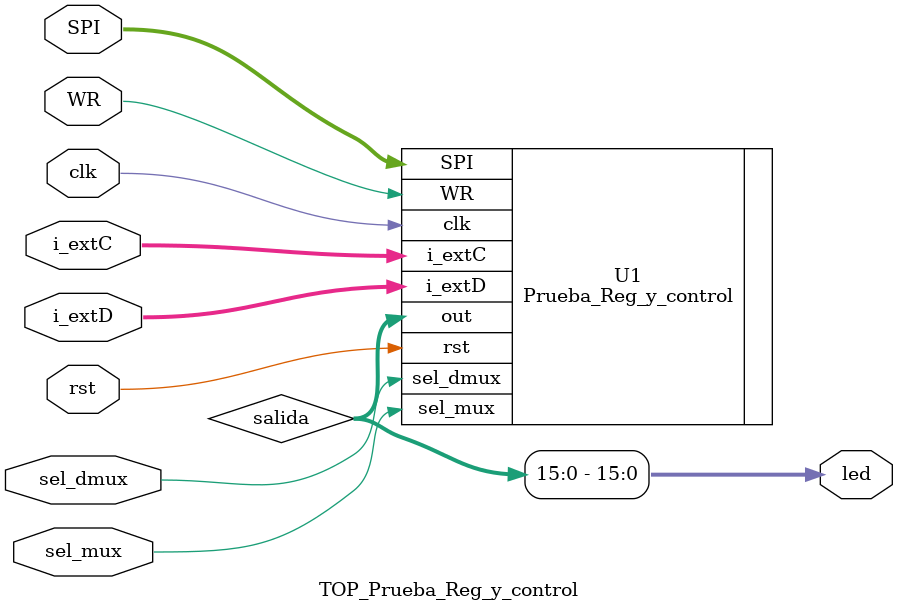
<source format=v>
`timescale 1ns / 1ps

module TOP_Prueba_Reg_y_control (
    input clk,
    input rst,
    input WR, sel_mux, sel_dmux,
    input [1:0] i_extC,
    input [7:0] i_extD,
    input [3:0] SPI,
    output [15:0] led
);

wire [31:0] salida;

Prueba_Reg_y_control U1(
 .rst(rst), 
 .clk(clk),
 .WR(WR),
 .sel_mux(sel_mux),
 .sel_dmux(sel_dmux),
 .i_extC(i_extC), 
 .i_extD(i_extD),
 .SPI(SPI),
 .out(salida)
 );

assign led = salida [15:0];

endmodule
</source>
